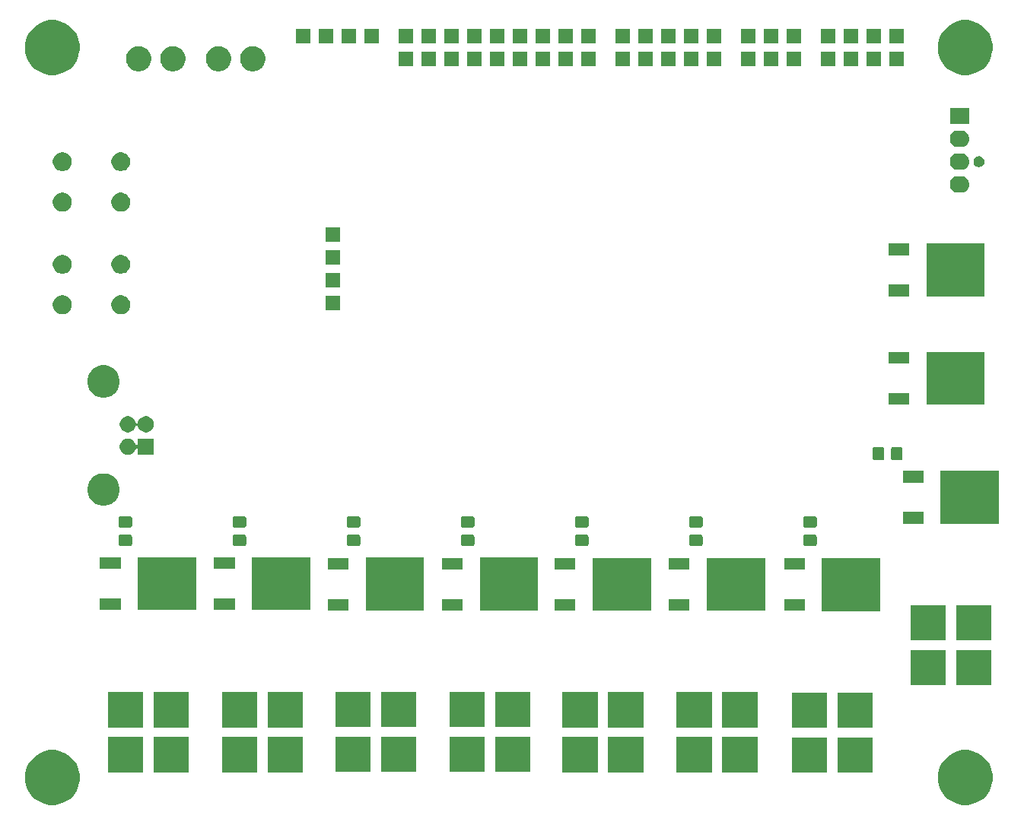
<source format=gbr>
G04 #@! TF.GenerationSoftware,KiCad,Pcbnew,5.0.2-bee76a0~70~ubuntu18.04.1*
G04 #@! TF.CreationDate,2020-07-22T00:10:31+02:00*
G04 #@! TF.ProjectId,E32CB_R2,45333243-425f-4523-922e-6b696361645f,rev?*
G04 #@! TF.SameCoordinates,Original*
G04 #@! TF.FileFunction,Soldermask,Top*
G04 #@! TF.FilePolarity,Negative*
%FSLAX46Y46*%
G04 Gerber Fmt 4.6, Leading zero omitted, Abs format (unit mm)*
G04 Created by KiCad (PCBNEW 5.0.2-bee76a0~70~ubuntu18.04.1) date St 22. července 2020, 00:10:31 CEST*
%MOMM*%
%LPD*%
G01*
G04 APERTURE LIST*
%ADD10C,0.100000*%
G04 APERTURE END LIST*
D10*
G36*
X204089941Y-129146248D02*
X204089943Y-129146249D01*
X204089944Y-129146249D01*
X204645190Y-129376239D01*
X204645191Y-129376240D01*
X205144902Y-129710136D01*
X205569864Y-130135098D01*
X205569866Y-130135101D01*
X205903761Y-130634810D01*
X206133751Y-131190056D01*
X206133752Y-131190059D01*
X206251000Y-131779501D01*
X206251000Y-132380497D01*
X206133751Y-132969944D01*
X205903761Y-133525190D01*
X205903760Y-133525191D01*
X205569864Y-134024902D01*
X205144902Y-134449864D01*
X205144899Y-134449866D01*
X204645190Y-134783761D01*
X204089944Y-135013751D01*
X204089943Y-135013751D01*
X204089941Y-135013752D01*
X203500499Y-135131000D01*
X202899501Y-135131000D01*
X202310059Y-135013752D01*
X202310057Y-135013751D01*
X202310056Y-135013751D01*
X201754810Y-134783761D01*
X201255101Y-134449866D01*
X201255098Y-134449864D01*
X200830136Y-134024902D01*
X200496240Y-133525191D01*
X200496239Y-133525190D01*
X200266249Y-132969944D01*
X200149000Y-132380497D01*
X200149000Y-131779501D01*
X200266248Y-131190059D01*
X200266249Y-131190056D01*
X200496239Y-130634810D01*
X200830134Y-130135101D01*
X200830136Y-130135098D01*
X201255098Y-129710136D01*
X201754809Y-129376240D01*
X201754810Y-129376239D01*
X202310056Y-129146249D01*
X202310057Y-129146249D01*
X202310059Y-129146248D01*
X202899501Y-129029000D01*
X203500499Y-129029000D01*
X204089941Y-129146248D01*
X204089941Y-129146248D01*
G37*
G36*
X102489941Y-129146248D02*
X102489943Y-129146249D01*
X102489944Y-129146249D01*
X103045190Y-129376239D01*
X103045191Y-129376240D01*
X103544902Y-129710136D01*
X103969864Y-130135098D01*
X103969866Y-130135101D01*
X104303761Y-130634810D01*
X104533751Y-131190056D01*
X104533752Y-131190059D01*
X104651000Y-131779501D01*
X104651000Y-132380497D01*
X104533751Y-132969944D01*
X104303761Y-133525190D01*
X104303760Y-133525191D01*
X103969864Y-134024902D01*
X103544902Y-134449864D01*
X103544899Y-134449866D01*
X103045190Y-134783761D01*
X102489944Y-135013751D01*
X102489943Y-135013751D01*
X102489941Y-135013752D01*
X101900499Y-135131000D01*
X101299501Y-135131000D01*
X100710059Y-135013752D01*
X100710057Y-135013751D01*
X100710056Y-135013751D01*
X100154810Y-134783761D01*
X99655101Y-134449866D01*
X99655098Y-134449864D01*
X99230136Y-134024902D01*
X98896240Y-133525191D01*
X98896239Y-133525190D01*
X98666249Y-132969944D01*
X98549000Y-132380497D01*
X98549000Y-131779501D01*
X98666248Y-131190059D01*
X98666249Y-131190056D01*
X98896239Y-130634810D01*
X99230134Y-130135101D01*
X99230136Y-130135098D01*
X99655098Y-129710136D01*
X100154809Y-129376240D01*
X100154810Y-129376239D01*
X100710056Y-129146249D01*
X100710057Y-129146249D01*
X100710059Y-129146248D01*
X101299501Y-129029000D01*
X101900499Y-129029000D01*
X102489941Y-129146248D01*
X102489941Y-129146248D01*
G37*
G36*
X192897012Y-131516028D02*
X188985012Y-131516028D01*
X188985012Y-127604028D01*
X192897012Y-127604028D01*
X192897012Y-131516028D01*
X192897012Y-131516028D01*
G37*
G36*
X187817012Y-131516028D02*
X183905012Y-131516028D01*
X183905012Y-127604028D01*
X187817012Y-127604028D01*
X187817012Y-131516028D01*
X187817012Y-131516028D01*
G37*
G36*
X174992052Y-131500337D02*
X171080052Y-131500337D01*
X171080052Y-127588337D01*
X174992052Y-127588337D01*
X174992052Y-131500337D01*
X174992052Y-131500337D01*
G37*
G36*
X167372052Y-131500337D02*
X163460052Y-131500337D01*
X163460052Y-127588337D01*
X167372052Y-127588337D01*
X167372052Y-131500337D01*
X167372052Y-131500337D01*
G37*
G36*
X180072052Y-131500337D02*
X176160052Y-131500337D01*
X176160052Y-127588337D01*
X180072052Y-127588337D01*
X180072052Y-131500337D01*
X180072052Y-131500337D01*
G37*
G36*
X162292052Y-131500337D02*
X158380052Y-131500337D01*
X158380052Y-127588337D01*
X162292052Y-127588337D01*
X162292052Y-131500337D01*
X162292052Y-131500337D01*
G37*
G36*
X129464000Y-131496000D02*
X125552000Y-131496000D01*
X125552000Y-127584000D01*
X129464000Y-127584000D01*
X129464000Y-131496000D01*
X129464000Y-131496000D01*
G37*
G36*
X124384000Y-131496000D02*
X120472000Y-131496000D01*
X120472000Y-127584000D01*
X124384000Y-127584000D01*
X124384000Y-131496000D01*
X124384000Y-131496000D01*
G37*
G36*
X116764000Y-131496000D02*
X112852000Y-131496000D01*
X112852000Y-127584000D01*
X116764000Y-127584000D01*
X116764000Y-131496000D01*
X116764000Y-131496000D01*
G37*
G36*
X111684000Y-131496000D02*
X107772000Y-131496000D01*
X107772000Y-127584000D01*
X111684000Y-127584000D01*
X111684000Y-131496000D01*
X111684000Y-131496000D01*
G37*
G36*
X149749253Y-131483625D02*
X145837253Y-131483625D01*
X145837253Y-127571625D01*
X149749253Y-127571625D01*
X149749253Y-131483625D01*
X149749253Y-131483625D01*
G37*
G36*
X154829253Y-131483625D02*
X150917253Y-131483625D01*
X150917253Y-127571625D01*
X154829253Y-127571625D01*
X154829253Y-131483625D01*
X154829253Y-131483625D01*
G37*
G36*
X137049253Y-131483625D02*
X133137253Y-131483625D01*
X133137253Y-127571625D01*
X137049253Y-127571625D01*
X137049253Y-131483625D01*
X137049253Y-131483625D01*
G37*
G36*
X142129253Y-131483625D02*
X138217253Y-131483625D01*
X138217253Y-127571625D01*
X142129253Y-127571625D01*
X142129253Y-131483625D01*
X142129253Y-131483625D01*
G37*
G36*
X192897012Y-126516028D02*
X188985012Y-126516028D01*
X188985012Y-122604028D01*
X192897012Y-122604028D01*
X192897012Y-126516028D01*
X192897012Y-126516028D01*
G37*
G36*
X187817012Y-126516028D02*
X183905012Y-126516028D01*
X183905012Y-122604028D01*
X187817012Y-122604028D01*
X187817012Y-126516028D01*
X187817012Y-126516028D01*
G37*
G36*
X162292052Y-126500337D02*
X158380052Y-126500337D01*
X158380052Y-122588337D01*
X162292052Y-122588337D01*
X162292052Y-126500337D01*
X162292052Y-126500337D01*
G37*
G36*
X167372052Y-126500337D02*
X163460052Y-126500337D01*
X163460052Y-122588337D01*
X167372052Y-122588337D01*
X167372052Y-126500337D01*
X167372052Y-126500337D01*
G37*
G36*
X174992052Y-126500337D02*
X171080052Y-126500337D01*
X171080052Y-122588337D01*
X174992052Y-122588337D01*
X174992052Y-126500337D01*
X174992052Y-126500337D01*
G37*
G36*
X180072052Y-126500337D02*
X176160052Y-126500337D01*
X176160052Y-122588337D01*
X180072052Y-122588337D01*
X180072052Y-126500337D01*
X180072052Y-126500337D01*
G37*
G36*
X116764000Y-126496000D02*
X112852000Y-126496000D01*
X112852000Y-122584000D01*
X116764000Y-122584000D01*
X116764000Y-126496000D01*
X116764000Y-126496000D01*
G37*
G36*
X111684000Y-126496000D02*
X107772000Y-126496000D01*
X107772000Y-122584000D01*
X111684000Y-122584000D01*
X111684000Y-126496000D01*
X111684000Y-126496000D01*
G37*
G36*
X124384000Y-126496000D02*
X120472000Y-126496000D01*
X120472000Y-122584000D01*
X124384000Y-122584000D01*
X124384000Y-126496000D01*
X124384000Y-126496000D01*
G37*
G36*
X129464000Y-126496000D02*
X125552000Y-126496000D01*
X125552000Y-122584000D01*
X129464000Y-122584000D01*
X129464000Y-126496000D01*
X129464000Y-126496000D01*
G37*
G36*
X154829253Y-126483625D02*
X150917253Y-126483625D01*
X150917253Y-122571625D01*
X154829253Y-122571625D01*
X154829253Y-126483625D01*
X154829253Y-126483625D01*
G37*
G36*
X149749253Y-126483625D02*
X145837253Y-126483625D01*
X145837253Y-122571625D01*
X149749253Y-122571625D01*
X149749253Y-126483625D01*
X149749253Y-126483625D01*
G37*
G36*
X142129253Y-126483625D02*
X138217253Y-126483625D01*
X138217253Y-122571625D01*
X142129253Y-122571625D01*
X142129253Y-126483625D01*
X142129253Y-126483625D01*
G37*
G36*
X137049253Y-126483625D02*
X133137253Y-126483625D01*
X133137253Y-122571625D01*
X137049253Y-122571625D01*
X137049253Y-126483625D01*
X137049253Y-126483625D01*
G37*
G36*
X201025012Y-121800528D02*
X197113012Y-121800528D01*
X197113012Y-117888528D01*
X201025012Y-117888528D01*
X201025012Y-121800528D01*
X201025012Y-121800528D01*
G37*
G36*
X206105012Y-121800528D02*
X202193012Y-121800528D01*
X202193012Y-117888528D01*
X206105012Y-117888528D01*
X206105012Y-121800528D01*
X206105012Y-121800528D01*
G37*
G36*
X201025012Y-116800528D02*
X197113012Y-116800528D01*
X197113012Y-112888528D01*
X201025012Y-112888528D01*
X201025012Y-116800528D01*
X201025012Y-116800528D01*
G37*
G36*
X206105012Y-116800528D02*
X202193012Y-116800528D01*
X202193012Y-112888528D01*
X206105012Y-112888528D01*
X206105012Y-116800528D01*
X206105012Y-116800528D01*
G37*
G36*
X193752012Y-113541028D02*
X187250012Y-113541028D01*
X187250012Y-107639028D01*
X193752012Y-107639028D01*
X193752012Y-113541028D01*
X193752012Y-113541028D01*
G37*
G36*
X168227052Y-113525337D02*
X161725052Y-113525337D01*
X161725052Y-107623337D01*
X168227052Y-107623337D01*
X168227052Y-113525337D01*
X168227052Y-113525337D01*
G37*
G36*
X180927052Y-113525337D02*
X174425052Y-113525337D01*
X174425052Y-107623337D01*
X180927052Y-107623337D01*
X180927052Y-113525337D01*
X180927052Y-113525337D01*
G37*
G36*
X185352012Y-113521028D02*
X183050012Y-113521028D01*
X183050012Y-112219028D01*
X185352012Y-112219028D01*
X185352012Y-113521028D01*
X185352012Y-113521028D01*
G37*
G36*
X142984253Y-113508625D02*
X136482253Y-113508625D01*
X136482253Y-107606625D01*
X142984253Y-107606625D01*
X142984253Y-113508625D01*
X142984253Y-113508625D01*
G37*
G36*
X155684253Y-113508625D02*
X149182253Y-113508625D01*
X149182253Y-107606625D01*
X155684253Y-107606625D01*
X155684253Y-113508625D01*
X155684253Y-113508625D01*
G37*
G36*
X172527052Y-113505337D02*
X170225052Y-113505337D01*
X170225052Y-112203337D01*
X172527052Y-112203337D01*
X172527052Y-113505337D01*
X172527052Y-113505337D01*
G37*
G36*
X159827052Y-113505337D02*
X157525052Y-113505337D01*
X157525052Y-112203337D01*
X159827052Y-112203337D01*
X159827052Y-113505337D01*
X159827052Y-113505337D01*
G37*
G36*
X147284253Y-113488625D02*
X144982253Y-113488625D01*
X144982253Y-112186625D01*
X147284253Y-112186625D01*
X147284253Y-113488625D01*
X147284253Y-113488625D01*
G37*
G36*
X134584253Y-113488625D02*
X132282253Y-113488625D01*
X132282253Y-112186625D01*
X134584253Y-112186625D01*
X134584253Y-113488625D01*
X134584253Y-113488625D01*
G37*
G36*
X117619000Y-113441000D02*
X111117000Y-113441000D01*
X111117000Y-107539000D01*
X117619000Y-107539000D01*
X117619000Y-113441000D01*
X117619000Y-113441000D01*
G37*
G36*
X130319000Y-113441000D02*
X123817000Y-113441000D01*
X123817000Y-107539000D01*
X130319000Y-107539000D01*
X130319000Y-113441000D01*
X130319000Y-113441000D01*
G37*
G36*
X121919000Y-113421000D02*
X119617000Y-113421000D01*
X119617000Y-112119000D01*
X121919000Y-112119000D01*
X121919000Y-113421000D01*
X121919000Y-113421000D01*
G37*
G36*
X109219000Y-113421000D02*
X106917000Y-113421000D01*
X106917000Y-112119000D01*
X109219000Y-112119000D01*
X109219000Y-113421000D01*
X109219000Y-113421000D01*
G37*
G36*
X185352012Y-108961028D02*
X183050012Y-108961028D01*
X183050012Y-107659028D01*
X185352012Y-107659028D01*
X185352012Y-108961028D01*
X185352012Y-108961028D01*
G37*
G36*
X172527052Y-108945337D02*
X170225052Y-108945337D01*
X170225052Y-107643337D01*
X172527052Y-107643337D01*
X172527052Y-108945337D01*
X172527052Y-108945337D01*
G37*
G36*
X159827052Y-108945337D02*
X157525052Y-108945337D01*
X157525052Y-107643337D01*
X159827052Y-107643337D01*
X159827052Y-108945337D01*
X159827052Y-108945337D01*
G37*
G36*
X147284253Y-108928625D02*
X144982253Y-108928625D01*
X144982253Y-107626625D01*
X147284253Y-107626625D01*
X147284253Y-108928625D01*
X147284253Y-108928625D01*
G37*
G36*
X134584253Y-108928625D02*
X132282253Y-108928625D01*
X132282253Y-107626625D01*
X134584253Y-107626625D01*
X134584253Y-108928625D01*
X134584253Y-108928625D01*
G37*
G36*
X109219000Y-108861000D02*
X106917000Y-108861000D01*
X106917000Y-107559000D01*
X109219000Y-107559000D01*
X109219000Y-108861000D01*
X109219000Y-108861000D01*
G37*
G36*
X121919000Y-108861000D02*
X119617000Y-108861000D01*
X119617000Y-107559000D01*
X121919000Y-107559000D01*
X121919000Y-108861000D01*
X121919000Y-108861000D01*
G37*
G36*
X186516677Y-105051465D02*
X186554364Y-105062898D01*
X186589103Y-105081466D01*
X186619548Y-105106452D01*
X186644534Y-105136897D01*
X186663102Y-105171636D01*
X186674535Y-105209323D01*
X186679000Y-105254661D01*
X186679000Y-106091339D01*
X186674535Y-106136677D01*
X186663102Y-106174364D01*
X186644534Y-106209103D01*
X186619548Y-106239548D01*
X186589103Y-106264534D01*
X186554364Y-106283102D01*
X186516677Y-106294535D01*
X186471339Y-106299000D01*
X185384661Y-106299000D01*
X185339323Y-106294535D01*
X185301636Y-106283102D01*
X185266897Y-106264534D01*
X185236452Y-106239548D01*
X185211466Y-106209103D01*
X185192898Y-106174364D01*
X185181465Y-106136677D01*
X185177000Y-106091339D01*
X185177000Y-105254661D01*
X185181465Y-105209323D01*
X185192898Y-105171636D01*
X185211466Y-105136897D01*
X185236452Y-105106452D01*
X185266897Y-105081466D01*
X185301636Y-105062898D01*
X185339323Y-105051465D01*
X185384661Y-105047000D01*
X186471339Y-105047000D01*
X186516677Y-105051465D01*
X186516677Y-105051465D01*
G37*
G36*
X173816677Y-105051465D02*
X173854364Y-105062898D01*
X173889103Y-105081466D01*
X173919548Y-105106452D01*
X173944534Y-105136897D01*
X173963102Y-105171636D01*
X173974535Y-105209323D01*
X173979000Y-105254661D01*
X173979000Y-106091339D01*
X173974535Y-106136677D01*
X173963102Y-106174364D01*
X173944534Y-106209103D01*
X173919548Y-106239548D01*
X173889103Y-106264534D01*
X173854364Y-106283102D01*
X173816677Y-106294535D01*
X173771339Y-106299000D01*
X172684661Y-106299000D01*
X172639323Y-106294535D01*
X172601636Y-106283102D01*
X172566897Y-106264534D01*
X172536452Y-106239548D01*
X172511466Y-106209103D01*
X172492898Y-106174364D01*
X172481465Y-106136677D01*
X172477000Y-106091339D01*
X172477000Y-105254661D01*
X172481465Y-105209323D01*
X172492898Y-105171636D01*
X172511466Y-105136897D01*
X172536452Y-105106452D01*
X172566897Y-105081466D01*
X172601636Y-105062898D01*
X172639323Y-105051465D01*
X172684661Y-105047000D01*
X173771339Y-105047000D01*
X173816677Y-105051465D01*
X173816677Y-105051465D01*
G37*
G36*
X161116677Y-105051465D02*
X161154364Y-105062898D01*
X161189103Y-105081466D01*
X161219548Y-105106452D01*
X161244534Y-105136897D01*
X161263102Y-105171636D01*
X161274535Y-105209323D01*
X161279000Y-105254661D01*
X161279000Y-106091339D01*
X161274535Y-106136677D01*
X161263102Y-106174364D01*
X161244534Y-106209103D01*
X161219548Y-106239548D01*
X161189103Y-106264534D01*
X161154364Y-106283102D01*
X161116677Y-106294535D01*
X161071339Y-106299000D01*
X159984661Y-106299000D01*
X159939323Y-106294535D01*
X159901636Y-106283102D01*
X159866897Y-106264534D01*
X159836452Y-106239548D01*
X159811466Y-106209103D01*
X159792898Y-106174364D01*
X159781465Y-106136677D01*
X159777000Y-106091339D01*
X159777000Y-105254661D01*
X159781465Y-105209323D01*
X159792898Y-105171636D01*
X159811466Y-105136897D01*
X159836452Y-105106452D01*
X159866897Y-105081466D01*
X159901636Y-105062898D01*
X159939323Y-105051465D01*
X159984661Y-105047000D01*
X161071339Y-105047000D01*
X161116677Y-105051465D01*
X161116677Y-105051465D01*
G37*
G36*
X148416677Y-105051465D02*
X148454364Y-105062898D01*
X148489103Y-105081466D01*
X148519548Y-105106452D01*
X148544534Y-105136897D01*
X148563102Y-105171636D01*
X148574535Y-105209323D01*
X148579000Y-105254661D01*
X148579000Y-106091339D01*
X148574535Y-106136677D01*
X148563102Y-106174364D01*
X148544534Y-106209103D01*
X148519548Y-106239548D01*
X148489103Y-106264534D01*
X148454364Y-106283102D01*
X148416677Y-106294535D01*
X148371339Y-106299000D01*
X147284661Y-106299000D01*
X147239323Y-106294535D01*
X147201636Y-106283102D01*
X147166897Y-106264534D01*
X147136452Y-106239548D01*
X147111466Y-106209103D01*
X147092898Y-106174364D01*
X147081465Y-106136677D01*
X147077000Y-106091339D01*
X147077000Y-105254661D01*
X147081465Y-105209323D01*
X147092898Y-105171636D01*
X147111466Y-105136897D01*
X147136452Y-105106452D01*
X147166897Y-105081466D01*
X147201636Y-105062898D01*
X147239323Y-105051465D01*
X147284661Y-105047000D01*
X148371339Y-105047000D01*
X148416677Y-105051465D01*
X148416677Y-105051465D01*
G37*
G36*
X135716677Y-105051465D02*
X135754364Y-105062898D01*
X135789103Y-105081466D01*
X135819548Y-105106452D01*
X135844534Y-105136897D01*
X135863102Y-105171636D01*
X135874535Y-105209323D01*
X135879000Y-105254661D01*
X135879000Y-106091339D01*
X135874535Y-106136677D01*
X135863102Y-106174364D01*
X135844534Y-106209103D01*
X135819548Y-106239548D01*
X135789103Y-106264534D01*
X135754364Y-106283102D01*
X135716677Y-106294535D01*
X135671339Y-106299000D01*
X134584661Y-106299000D01*
X134539323Y-106294535D01*
X134501636Y-106283102D01*
X134466897Y-106264534D01*
X134436452Y-106239548D01*
X134411466Y-106209103D01*
X134392898Y-106174364D01*
X134381465Y-106136677D01*
X134377000Y-106091339D01*
X134377000Y-105254661D01*
X134381465Y-105209323D01*
X134392898Y-105171636D01*
X134411466Y-105136897D01*
X134436452Y-105106452D01*
X134466897Y-105081466D01*
X134501636Y-105062898D01*
X134539323Y-105051465D01*
X134584661Y-105047000D01*
X135671339Y-105047000D01*
X135716677Y-105051465D01*
X135716677Y-105051465D01*
G37*
G36*
X123016677Y-105051465D02*
X123054364Y-105062898D01*
X123089103Y-105081466D01*
X123119548Y-105106452D01*
X123144534Y-105136897D01*
X123163102Y-105171636D01*
X123174535Y-105209323D01*
X123179000Y-105254661D01*
X123179000Y-106091339D01*
X123174535Y-106136677D01*
X123163102Y-106174364D01*
X123144534Y-106209103D01*
X123119548Y-106239548D01*
X123089103Y-106264534D01*
X123054364Y-106283102D01*
X123016677Y-106294535D01*
X122971339Y-106299000D01*
X121884661Y-106299000D01*
X121839323Y-106294535D01*
X121801636Y-106283102D01*
X121766897Y-106264534D01*
X121736452Y-106239548D01*
X121711466Y-106209103D01*
X121692898Y-106174364D01*
X121681465Y-106136677D01*
X121677000Y-106091339D01*
X121677000Y-105254661D01*
X121681465Y-105209323D01*
X121692898Y-105171636D01*
X121711466Y-105136897D01*
X121736452Y-105106452D01*
X121766897Y-105081466D01*
X121801636Y-105062898D01*
X121839323Y-105051465D01*
X121884661Y-105047000D01*
X122971339Y-105047000D01*
X123016677Y-105051465D01*
X123016677Y-105051465D01*
G37*
G36*
X110316677Y-105051465D02*
X110354364Y-105062898D01*
X110389103Y-105081466D01*
X110419548Y-105106452D01*
X110444534Y-105136897D01*
X110463102Y-105171636D01*
X110474535Y-105209323D01*
X110479000Y-105254661D01*
X110479000Y-106091339D01*
X110474535Y-106136677D01*
X110463102Y-106174364D01*
X110444534Y-106209103D01*
X110419548Y-106239548D01*
X110389103Y-106264534D01*
X110354364Y-106283102D01*
X110316677Y-106294535D01*
X110271339Y-106299000D01*
X109184661Y-106299000D01*
X109139323Y-106294535D01*
X109101636Y-106283102D01*
X109066897Y-106264534D01*
X109036452Y-106239548D01*
X109011466Y-106209103D01*
X108992898Y-106174364D01*
X108981465Y-106136677D01*
X108977000Y-106091339D01*
X108977000Y-105254661D01*
X108981465Y-105209323D01*
X108992898Y-105171636D01*
X109011466Y-105136897D01*
X109036452Y-105106452D01*
X109066897Y-105081466D01*
X109101636Y-105062898D01*
X109139323Y-105051465D01*
X109184661Y-105047000D01*
X110271339Y-105047000D01*
X110316677Y-105051465D01*
X110316677Y-105051465D01*
G37*
G36*
X135716677Y-103001465D02*
X135754364Y-103012898D01*
X135789103Y-103031466D01*
X135819548Y-103056452D01*
X135844534Y-103086897D01*
X135863102Y-103121636D01*
X135874535Y-103159323D01*
X135879000Y-103204661D01*
X135879000Y-104041339D01*
X135874535Y-104086677D01*
X135863102Y-104124364D01*
X135844534Y-104159103D01*
X135819548Y-104189548D01*
X135789103Y-104214534D01*
X135754364Y-104233102D01*
X135716677Y-104244535D01*
X135671339Y-104249000D01*
X134584661Y-104249000D01*
X134539323Y-104244535D01*
X134501636Y-104233102D01*
X134466897Y-104214534D01*
X134436452Y-104189548D01*
X134411466Y-104159103D01*
X134392898Y-104124364D01*
X134381465Y-104086677D01*
X134377000Y-104041339D01*
X134377000Y-103204661D01*
X134381465Y-103159323D01*
X134392898Y-103121636D01*
X134411466Y-103086897D01*
X134436452Y-103056452D01*
X134466897Y-103031466D01*
X134501636Y-103012898D01*
X134539323Y-103001465D01*
X134584661Y-102997000D01*
X135671339Y-102997000D01*
X135716677Y-103001465D01*
X135716677Y-103001465D01*
G37*
G36*
X186516677Y-103001465D02*
X186554364Y-103012898D01*
X186589103Y-103031466D01*
X186619548Y-103056452D01*
X186644534Y-103086897D01*
X186663102Y-103121636D01*
X186674535Y-103159323D01*
X186679000Y-103204661D01*
X186679000Y-104041339D01*
X186674535Y-104086677D01*
X186663102Y-104124364D01*
X186644534Y-104159103D01*
X186619548Y-104189548D01*
X186589103Y-104214534D01*
X186554364Y-104233102D01*
X186516677Y-104244535D01*
X186471339Y-104249000D01*
X185384661Y-104249000D01*
X185339323Y-104244535D01*
X185301636Y-104233102D01*
X185266897Y-104214534D01*
X185236452Y-104189548D01*
X185211466Y-104159103D01*
X185192898Y-104124364D01*
X185181465Y-104086677D01*
X185177000Y-104041339D01*
X185177000Y-103204661D01*
X185181465Y-103159323D01*
X185192898Y-103121636D01*
X185211466Y-103086897D01*
X185236452Y-103056452D01*
X185266897Y-103031466D01*
X185301636Y-103012898D01*
X185339323Y-103001465D01*
X185384661Y-102997000D01*
X186471339Y-102997000D01*
X186516677Y-103001465D01*
X186516677Y-103001465D01*
G37*
G36*
X161116677Y-103001465D02*
X161154364Y-103012898D01*
X161189103Y-103031466D01*
X161219548Y-103056452D01*
X161244534Y-103086897D01*
X161263102Y-103121636D01*
X161274535Y-103159323D01*
X161279000Y-103204661D01*
X161279000Y-104041339D01*
X161274535Y-104086677D01*
X161263102Y-104124364D01*
X161244534Y-104159103D01*
X161219548Y-104189548D01*
X161189103Y-104214534D01*
X161154364Y-104233102D01*
X161116677Y-104244535D01*
X161071339Y-104249000D01*
X159984661Y-104249000D01*
X159939323Y-104244535D01*
X159901636Y-104233102D01*
X159866897Y-104214534D01*
X159836452Y-104189548D01*
X159811466Y-104159103D01*
X159792898Y-104124364D01*
X159781465Y-104086677D01*
X159777000Y-104041339D01*
X159777000Y-103204661D01*
X159781465Y-103159323D01*
X159792898Y-103121636D01*
X159811466Y-103086897D01*
X159836452Y-103056452D01*
X159866897Y-103031466D01*
X159901636Y-103012898D01*
X159939323Y-103001465D01*
X159984661Y-102997000D01*
X161071339Y-102997000D01*
X161116677Y-103001465D01*
X161116677Y-103001465D01*
G37*
G36*
X148416677Y-103001465D02*
X148454364Y-103012898D01*
X148489103Y-103031466D01*
X148519548Y-103056452D01*
X148544534Y-103086897D01*
X148563102Y-103121636D01*
X148574535Y-103159323D01*
X148579000Y-103204661D01*
X148579000Y-104041339D01*
X148574535Y-104086677D01*
X148563102Y-104124364D01*
X148544534Y-104159103D01*
X148519548Y-104189548D01*
X148489103Y-104214534D01*
X148454364Y-104233102D01*
X148416677Y-104244535D01*
X148371339Y-104249000D01*
X147284661Y-104249000D01*
X147239323Y-104244535D01*
X147201636Y-104233102D01*
X147166897Y-104214534D01*
X147136452Y-104189548D01*
X147111466Y-104159103D01*
X147092898Y-104124364D01*
X147081465Y-104086677D01*
X147077000Y-104041339D01*
X147077000Y-103204661D01*
X147081465Y-103159323D01*
X147092898Y-103121636D01*
X147111466Y-103086897D01*
X147136452Y-103056452D01*
X147166897Y-103031466D01*
X147201636Y-103012898D01*
X147239323Y-103001465D01*
X147284661Y-102997000D01*
X148371339Y-102997000D01*
X148416677Y-103001465D01*
X148416677Y-103001465D01*
G37*
G36*
X110316677Y-103001465D02*
X110354364Y-103012898D01*
X110389103Y-103031466D01*
X110419548Y-103056452D01*
X110444534Y-103086897D01*
X110463102Y-103121636D01*
X110474535Y-103159323D01*
X110479000Y-103204661D01*
X110479000Y-104041339D01*
X110474535Y-104086677D01*
X110463102Y-104124364D01*
X110444534Y-104159103D01*
X110419548Y-104189548D01*
X110389103Y-104214534D01*
X110354364Y-104233102D01*
X110316677Y-104244535D01*
X110271339Y-104249000D01*
X109184661Y-104249000D01*
X109139323Y-104244535D01*
X109101636Y-104233102D01*
X109066897Y-104214534D01*
X109036452Y-104189548D01*
X109011466Y-104159103D01*
X108992898Y-104124364D01*
X108981465Y-104086677D01*
X108977000Y-104041339D01*
X108977000Y-103204661D01*
X108981465Y-103159323D01*
X108992898Y-103121636D01*
X109011466Y-103086897D01*
X109036452Y-103056452D01*
X109066897Y-103031466D01*
X109101636Y-103012898D01*
X109139323Y-103001465D01*
X109184661Y-102997000D01*
X110271339Y-102997000D01*
X110316677Y-103001465D01*
X110316677Y-103001465D01*
G37*
G36*
X123016677Y-103001465D02*
X123054364Y-103012898D01*
X123089103Y-103031466D01*
X123119548Y-103056452D01*
X123144534Y-103086897D01*
X123163102Y-103121636D01*
X123174535Y-103159323D01*
X123179000Y-103204661D01*
X123179000Y-104041339D01*
X123174535Y-104086677D01*
X123163102Y-104124364D01*
X123144534Y-104159103D01*
X123119548Y-104189548D01*
X123089103Y-104214534D01*
X123054364Y-104233102D01*
X123016677Y-104244535D01*
X122971339Y-104249000D01*
X121884661Y-104249000D01*
X121839323Y-104244535D01*
X121801636Y-104233102D01*
X121766897Y-104214534D01*
X121736452Y-104189548D01*
X121711466Y-104159103D01*
X121692898Y-104124364D01*
X121681465Y-104086677D01*
X121677000Y-104041339D01*
X121677000Y-103204661D01*
X121681465Y-103159323D01*
X121692898Y-103121636D01*
X121711466Y-103086897D01*
X121736452Y-103056452D01*
X121766897Y-103031466D01*
X121801636Y-103012898D01*
X121839323Y-103001465D01*
X121884661Y-102997000D01*
X122971339Y-102997000D01*
X123016677Y-103001465D01*
X123016677Y-103001465D01*
G37*
G36*
X173816677Y-103001465D02*
X173854364Y-103012898D01*
X173889103Y-103031466D01*
X173919548Y-103056452D01*
X173944534Y-103086897D01*
X173963102Y-103121636D01*
X173974535Y-103159323D01*
X173979000Y-103204661D01*
X173979000Y-104041339D01*
X173974535Y-104086677D01*
X173963102Y-104124364D01*
X173944534Y-104159103D01*
X173919548Y-104189548D01*
X173889103Y-104214534D01*
X173854364Y-104233102D01*
X173816677Y-104244535D01*
X173771339Y-104249000D01*
X172684661Y-104249000D01*
X172639323Y-104244535D01*
X172601636Y-104233102D01*
X172566897Y-104214534D01*
X172536452Y-104189548D01*
X172511466Y-104159103D01*
X172492898Y-104124364D01*
X172481465Y-104086677D01*
X172477000Y-104041339D01*
X172477000Y-103204661D01*
X172481465Y-103159323D01*
X172492898Y-103121636D01*
X172511466Y-103086897D01*
X172536452Y-103056452D01*
X172566897Y-103031466D01*
X172601636Y-103012898D01*
X172639323Y-103001465D01*
X172684661Y-102997000D01*
X173771339Y-102997000D01*
X173816677Y-103001465D01*
X173816677Y-103001465D01*
G37*
G36*
X206960012Y-103825528D02*
X200458012Y-103825528D01*
X200458012Y-97923528D01*
X206960012Y-97923528D01*
X206960012Y-103825528D01*
X206960012Y-103825528D01*
G37*
G36*
X198560012Y-103805528D02*
X196258012Y-103805528D01*
X196258012Y-102503528D01*
X198560012Y-102503528D01*
X198560012Y-103805528D01*
X198560012Y-103805528D01*
G37*
G36*
X107829331Y-98288211D02*
X108157092Y-98423974D01*
X108452073Y-98621074D01*
X108702926Y-98871927D01*
X108900026Y-99166908D01*
X109035789Y-99494669D01*
X109105000Y-99842616D01*
X109105000Y-100197384D01*
X109035789Y-100545331D01*
X108900026Y-100873092D01*
X108702926Y-101168073D01*
X108452073Y-101418926D01*
X108157092Y-101616026D01*
X107829331Y-101751789D01*
X107481384Y-101821000D01*
X107126616Y-101821000D01*
X106778669Y-101751789D01*
X106450908Y-101616026D01*
X106155927Y-101418926D01*
X105905074Y-101168073D01*
X105707974Y-100873092D01*
X105572211Y-100545331D01*
X105503000Y-100197384D01*
X105503000Y-99842616D01*
X105572211Y-99494669D01*
X105707974Y-99166908D01*
X105905074Y-98871927D01*
X106155927Y-98621074D01*
X106450908Y-98423974D01*
X106778669Y-98288211D01*
X107126616Y-98219000D01*
X107481384Y-98219000D01*
X107829331Y-98288211D01*
X107829331Y-98288211D01*
G37*
G36*
X198560012Y-99245528D02*
X196258012Y-99245528D01*
X196258012Y-97943528D01*
X198560012Y-97943528D01*
X198560012Y-99245528D01*
X198560012Y-99245528D01*
G37*
G36*
X196052677Y-95265465D02*
X196090364Y-95276898D01*
X196125103Y-95295466D01*
X196155548Y-95320452D01*
X196180534Y-95350897D01*
X196199102Y-95385636D01*
X196210535Y-95423323D01*
X196215000Y-95468661D01*
X196215000Y-96555339D01*
X196210535Y-96600677D01*
X196199102Y-96638364D01*
X196180534Y-96673103D01*
X196155548Y-96703548D01*
X196125103Y-96728534D01*
X196090364Y-96747102D01*
X196052677Y-96758535D01*
X196007339Y-96763000D01*
X195170661Y-96763000D01*
X195125323Y-96758535D01*
X195087636Y-96747102D01*
X195052897Y-96728534D01*
X195022452Y-96703548D01*
X194997466Y-96673103D01*
X194978898Y-96638364D01*
X194967465Y-96600677D01*
X194963000Y-96555339D01*
X194963000Y-95468661D01*
X194967465Y-95423323D01*
X194978898Y-95385636D01*
X194997466Y-95350897D01*
X195022452Y-95320452D01*
X195052897Y-95295466D01*
X195087636Y-95276898D01*
X195125323Y-95265465D01*
X195170661Y-95261000D01*
X196007339Y-95261000D01*
X196052677Y-95265465D01*
X196052677Y-95265465D01*
G37*
G36*
X194002677Y-95265465D02*
X194040364Y-95276898D01*
X194075103Y-95295466D01*
X194105548Y-95320452D01*
X194130534Y-95350897D01*
X194149102Y-95385636D01*
X194160535Y-95423323D01*
X194165000Y-95468661D01*
X194165000Y-96555339D01*
X194160535Y-96600677D01*
X194149102Y-96638364D01*
X194130534Y-96673103D01*
X194105548Y-96703548D01*
X194075103Y-96728534D01*
X194040364Y-96747102D01*
X194002677Y-96758535D01*
X193957339Y-96763000D01*
X193120661Y-96763000D01*
X193075323Y-96758535D01*
X193037636Y-96747102D01*
X193002897Y-96728534D01*
X192972452Y-96703548D01*
X192947466Y-96673103D01*
X192928898Y-96638364D01*
X192917465Y-96600677D01*
X192913000Y-96555339D01*
X192913000Y-95468661D01*
X192917465Y-95423323D01*
X192928898Y-95385636D01*
X192947466Y-95350897D01*
X192972452Y-95320452D01*
X193002897Y-95295466D01*
X193037636Y-95276898D01*
X193075323Y-95265465D01*
X193120661Y-95261000D01*
X193957339Y-95261000D01*
X194002677Y-95265465D01*
X194002677Y-95265465D01*
G37*
G36*
X110276812Y-94383624D02*
X110440784Y-94451544D01*
X110588354Y-94550147D01*
X110713853Y-94675646D01*
X110812456Y-94823216D01*
X110872520Y-94968223D01*
X110884066Y-94989824D01*
X110899612Y-95008766D01*
X110918554Y-95024312D01*
X110940165Y-95035863D01*
X110963614Y-95042976D01*
X110988000Y-95045378D01*
X111012386Y-95042976D01*
X111035835Y-95035863D01*
X111057446Y-95024312D01*
X111076388Y-95008766D01*
X111091934Y-94989824D01*
X111103485Y-94968213D01*
X111110598Y-94944764D01*
X111113000Y-94920378D01*
X111113000Y-94349000D01*
X112915000Y-94349000D01*
X112915000Y-96151000D01*
X111113000Y-96151000D01*
X111113000Y-95579622D01*
X111110598Y-95555236D01*
X111103485Y-95531787D01*
X111091934Y-95510176D01*
X111076388Y-95491234D01*
X111057446Y-95475688D01*
X111035835Y-95464137D01*
X111012386Y-95457024D01*
X110988000Y-95454622D01*
X110963614Y-95457024D01*
X110940165Y-95464137D01*
X110918554Y-95475688D01*
X110899612Y-95491234D01*
X110884066Y-95510176D01*
X110872520Y-95531777D01*
X110812456Y-95676784D01*
X110713853Y-95824354D01*
X110588354Y-95949853D01*
X110440784Y-96048456D01*
X110276812Y-96116376D01*
X110102741Y-96151000D01*
X109925259Y-96151000D01*
X109751188Y-96116376D01*
X109587216Y-96048456D01*
X109439646Y-95949853D01*
X109314147Y-95824354D01*
X109215544Y-95676784D01*
X109147624Y-95512812D01*
X109113000Y-95338741D01*
X109113000Y-95161259D01*
X109147624Y-94987188D01*
X109215544Y-94823216D01*
X109314147Y-94675646D01*
X109439646Y-94550147D01*
X109587216Y-94451544D01*
X109751188Y-94383624D01*
X109925259Y-94349000D01*
X110102741Y-94349000D01*
X110276812Y-94383624D01*
X110276812Y-94383624D01*
G37*
G36*
X110276812Y-91883624D02*
X110440784Y-91951544D01*
X110588354Y-92050147D01*
X110713853Y-92175646D01*
X110812456Y-92323216D01*
X110880376Y-92487188D01*
X110891404Y-92542633D01*
X110898515Y-92566074D01*
X110910067Y-92587685D01*
X110925612Y-92606627D01*
X110944554Y-92622172D01*
X110966165Y-92633723D01*
X110989614Y-92640836D01*
X111014000Y-92643238D01*
X111038387Y-92640836D01*
X111061836Y-92633723D01*
X111083447Y-92622171D01*
X111102389Y-92606626D01*
X111117934Y-92587684D01*
X111129485Y-92566073D01*
X111136596Y-92542633D01*
X111147624Y-92487188D01*
X111215544Y-92323216D01*
X111314147Y-92175646D01*
X111439646Y-92050147D01*
X111587216Y-91951544D01*
X111751188Y-91883624D01*
X111925259Y-91849000D01*
X112102741Y-91849000D01*
X112276812Y-91883624D01*
X112440784Y-91951544D01*
X112588354Y-92050147D01*
X112713853Y-92175646D01*
X112812456Y-92323216D01*
X112880376Y-92487188D01*
X112915000Y-92661259D01*
X112915000Y-92838741D01*
X112880376Y-93012812D01*
X112812456Y-93176784D01*
X112713853Y-93324354D01*
X112588354Y-93449853D01*
X112440784Y-93548456D01*
X112276812Y-93616376D01*
X112102741Y-93651000D01*
X111925259Y-93651000D01*
X111751188Y-93616376D01*
X111587216Y-93548456D01*
X111439646Y-93449853D01*
X111314147Y-93324354D01*
X111215544Y-93176784D01*
X111147624Y-93012812D01*
X111136596Y-92957367D01*
X111129485Y-92933926D01*
X111117933Y-92912315D01*
X111102388Y-92893373D01*
X111083446Y-92877828D01*
X111061835Y-92866277D01*
X111038386Y-92859164D01*
X111014000Y-92856762D01*
X110989613Y-92859164D01*
X110966164Y-92866277D01*
X110944553Y-92877829D01*
X110925611Y-92893374D01*
X110910066Y-92912316D01*
X110898515Y-92933927D01*
X110891404Y-92957367D01*
X110880376Y-93012812D01*
X110812456Y-93176784D01*
X110713853Y-93324354D01*
X110588354Y-93449853D01*
X110440784Y-93548456D01*
X110276812Y-93616376D01*
X110102741Y-93651000D01*
X109925259Y-93651000D01*
X109751188Y-93616376D01*
X109587216Y-93548456D01*
X109439646Y-93449853D01*
X109314147Y-93324354D01*
X109215544Y-93176784D01*
X109147624Y-93012812D01*
X109113000Y-92838741D01*
X109113000Y-92661259D01*
X109147624Y-92487188D01*
X109215544Y-92323216D01*
X109314147Y-92175646D01*
X109439646Y-92050147D01*
X109587216Y-91951544D01*
X109751188Y-91883624D01*
X109925259Y-91849000D01*
X110102741Y-91849000D01*
X110276812Y-91883624D01*
X110276812Y-91883624D01*
G37*
G36*
X205376000Y-90581000D02*
X198874000Y-90581000D01*
X198874000Y-84679000D01*
X205376000Y-84679000D01*
X205376000Y-90581000D01*
X205376000Y-90581000D01*
G37*
G36*
X196976000Y-90561000D02*
X194674000Y-90561000D01*
X194674000Y-89259000D01*
X196976000Y-89259000D01*
X196976000Y-90561000D01*
X196976000Y-90561000D01*
G37*
G36*
X107829331Y-86248211D02*
X108157092Y-86383974D01*
X108452073Y-86581074D01*
X108702926Y-86831927D01*
X108900026Y-87126908D01*
X109035789Y-87454669D01*
X109105000Y-87802616D01*
X109105000Y-88157384D01*
X109035789Y-88505331D01*
X108900026Y-88833092D01*
X108702926Y-89128073D01*
X108452073Y-89378926D01*
X108157092Y-89576026D01*
X107829331Y-89711789D01*
X107481384Y-89781000D01*
X107126616Y-89781000D01*
X106778669Y-89711789D01*
X106450908Y-89576026D01*
X106155927Y-89378926D01*
X105905074Y-89128073D01*
X105707974Y-88833092D01*
X105572211Y-88505331D01*
X105503000Y-88157384D01*
X105503000Y-87802616D01*
X105572211Y-87454669D01*
X105707974Y-87126908D01*
X105905074Y-86831927D01*
X106155927Y-86581074D01*
X106450908Y-86383974D01*
X106778669Y-86248211D01*
X107126616Y-86179000D01*
X107481384Y-86179000D01*
X107829331Y-86248211D01*
X107829331Y-86248211D01*
G37*
G36*
X196976000Y-86001000D02*
X194674000Y-86001000D01*
X194674000Y-84699000D01*
X196976000Y-84699000D01*
X196976000Y-86001000D01*
X196976000Y-86001000D01*
G37*
G36*
X109526565Y-78419389D02*
X109717834Y-78498615D01*
X109889976Y-78613637D01*
X110036363Y-78760024D01*
X110151385Y-78932166D01*
X110230611Y-79123435D01*
X110271000Y-79326484D01*
X110271000Y-79533516D01*
X110230611Y-79736565D01*
X110151385Y-79927834D01*
X110036363Y-80099976D01*
X109889976Y-80246363D01*
X109717834Y-80361385D01*
X109526565Y-80440611D01*
X109323516Y-80481000D01*
X109116484Y-80481000D01*
X108913435Y-80440611D01*
X108722166Y-80361385D01*
X108550024Y-80246363D01*
X108403637Y-80099976D01*
X108288615Y-79927834D01*
X108209389Y-79736565D01*
X108169000Y-79533516D01*
X108169000Y-79326484D01*
X108209389Y-79123435D01*
X108288615Y-78932166D01*
X108403637Y-78760024D01*
X108550024Y-78613637D01*
X108722166Y-78498615D01*
X108913435Y-78419389D01*
X109116484Y-78379000D01*
X109323516Y-78379000D01*
X109526565Y-78419389D01*
X109526565Y-78419389D01*
G37*
G36*
X103026565Y-78419389D02*
X103217834Y-78498615D01*
X103389976Y-78613637D01*
X103536363Y-78760024D01*
X103651385Y-78932166D01*
X103730611Y-79123435D01*
X103771000Y-79326484D01*
X103771000Y-79533516D01*
X103730611Y-79736565D01*
X103651385Y-79927834D01*
X103536363Y-80099976D01*
X103389976Y-80246363D01*
X103217834Y-80361385D01*
X103026565Y-80440611D01*
X102823516Y-80481000D01*
X102616484Y-80481000D01*
X102413435Y-80440611D01*
X102222166Y-80361385D01*
X102050024Y-80246363D01*
X101903637Y-80099976D01*
X101788615Y-79927834D01*
X101709389Y-79736565D01*
X101669000Y-79533516D01*
X101669000Y-79326484D01*
X101709389Y-79123435D01*
X101788615Y-78932166D01*
X101903637Y-78760024D01*
X102050024Y-78613637D01*
X102222166Y-78498615D01*
X102413435Y-78419389D01*
X102616484Y-78379000D01*
X102823516Y-78379000D01*
X103026565Y-78419389D01*
X103026565Y-78419389D01*
G37*
G36*
X133655000Y-80061000D02*
X132029000Y-80061000D01*
X132029000Y-78435000D01*
X133655000Y-78435000D01*
X133655000Y-80061000D01*
X133655000Y-80061000D01*
G37*
G36*
X205376000Y-78516000D02*
X198874000Y-78516000D01*
X198874000Y-72614000D01*
X205376000Y-72614000D01*
X205376000Y-78516000D01*
X205376000Y-78516000D01*
G37*
G36*
X196976000Y-78496000D02*
X194674000Y-78496000D01*
X194674000Y-77194000D01*
X196976000Y-77194000D01*
X196976000Y-78496000D01*
X196976000Y-78496000D01*
G37*
G36*
X133655000Y-77521000D02*
X132029000Y-77521000D01*
X132029000Y-75895000D01*
X133655000Y-75895000D01*
X133655000Y-77521000D01*
X133655000Y-77521000D01*
G37*
G36*
X103026565Y-73919389D02*
X103217834Y-73998615D01*
X103389976Y-74113637D01*
X103536363Y-74260024D01*
X103651385Y-74432166D01*
X103730611Y-74623435D01*
X103771000Y-74826484D01*
X103771000Y-75033516D01*
X103730611Y-75236565D01*
X103651385Y-75427834D01*
X103536363Y-75599976D01*
X103389976Y-75746363D01*
X103217834Y-75861385D01*
X103026565Y-75940611D01*
X102823516Y-75981000D01*
X102616484Y-75981000D01*
X102413435Y-75940611D01*
X102222166Y-75861385D01*
X102050024Y-75746363D01*
X101903637Y-75599976D01*
X101788615Y-75427834D01*
X101709389Y-75236565D01*
X101669000Y-75033516D01*
X101669000Y-74826484D01*
X101709389Y-74623435D01*
X101788615Y-74432166D01*
X101903637Y-74260024D01*
X102050024Y-74113637D01*
X102222166Y-73998615D01*
X102413435Y-73919389D01*
X102616484Y-73879000D01*
X102823516Y-73879000D01*
X103026565Y-73919389D01*
X103026565Y-73919389D01*
G37*
G36*
X109526565Y-73919389D02*
X109717834Y-73998615D01*
X109889976Y-74113637D01*
X110036363Y-74260024D01*
X110151385Y-74432166D01*
X110230611Y-74623435D01*
X110271000Y-74826484D01*
X110271000Y-75033516D01*
X110230611Y-75236565D01*
X110151385Y-75427834D01*
X110036363Y-75599976D01*
X109889976Y-75746363D01*
X109717834Y-75861385D01*
X109526565Y-75940611D01*
X109323516Y-75981000D01*
X109116484Y-75981000D01*
X108913435Y-75940611D01*
X108722166Y-75861385D01*
X108550024Y-75746363D01*
X108403637Y-75599976D01*
X108288615Y-75427834D01*
X108209389Y-75236565D01*
X108169000Y-75033516D01*
X108169000Y-74826484D01*
X108209389Y-74623435D01*
X108288615Y-74432166D01*
X108403637Y-74260024D01*
X108550024Y-74113637D01*
X108722166Y-73998615D01*
X108913435Y-73919389D01*
X109116484Y-73879000D01*
X109323516Y-73879000D01*
X109526565Y-73919389D01*
X109526565Y-73919389D01*
G37*
G36*
X133655000Y-74981000D02*
X132029000Y-74981000D01*
X132029000Y-73355000D01*
X133655000Y-73355000D01*
X133655000Y-74981000D01*
X133655000Y-74981000D01*
G37*
G36*
X196976000Y-73936000D02*
X194674000Y-73936000D01*
X194674000Y-72634000D01*
X196976000Y-72634000D01*
X196976000Y-73936000D01*
X196976000Y-73936000D01*
G37*
G36*
X133655000Y-72441000D02*
X132029000Y-72441000D01*
X132029000Y-70815000D01*
X133655000Y-70815000D01*
X133655000Y-72441000D01*
X133655000Y-72441000D01*
G37*
G36*
X103026565Y-66989389D02*
X103217834Y-67068615D01*
X103389976Y-67183637D01*
X103536363Y-67330024D01*
X103651385Y-67502166D01*
X103730611Y-67693435D01*
X103771000Y-67896484D01*
X103771000Y-68103516D01*
X103730611Y-68306565D01*
X103651385Y-68497834D01*
X103536363Y-68669976D01*
X103389976Y-68816363D01*
X103217834Y-68931385D01*
X103026565Y-69010611D01*
X102823516Y-69051000D01*
X102616484Y-69051000D01*
X102413435Y-69010611D01*
X102222166Y-68931385D01*
X102050024Y-68816363D01*
X101903637Y-68669976D01*
X101788615Y-68497834D01*
X101709389Y-68306565D01*
X101669000Y-68103516D01*
X101669000Y-67896484D01*
X101709389Y-67693435D01*
X101788615Y-67502166D01*
X101903637Y-67330024D01*
X102050024Y-67183637D01*
X102222166Y-67068615D01*
X102413435Y-66989389D01*
X102616484Y-66949000D01*
X102823516Y-66949000D01*
X103026565Y-66989389D01*
X103026565Y-66989389D01*
G37*
G36*
X109526565Y-66989389D02*
X109717834Y-67068615D01*
X109889976Y-67183637D01*
X110036363Y-67330024D01*
X110151385Y-67502166D01*
X110230611Y-67693435D01*
X110271000Y-67896484D01*
X110271000Y-68103516D01*
X110230611Y-68306565D01*
X110151385Y-68497834D01*
X110036363Y-68669976D01*
X109889976Y-68816363D01*
X109717834Y-68931385D01*
X109526565Y-69010611D01*
X109323516Y-69051000D01*
X109116484Y-69051000D01*
X108913435Y-69010611D01*
X108722166Y-68931385D01*
X108550024Y-68816363D01*
X108403637Y-68669976D01*
X108288615Y-68497834D01*
X108209389Y-68306565D01*
X108169000Y-68103516D01*
X108169000Y-67896484D01*
X108209389Y-67693435D01*
X108288615Y-67502166D01*
X108403637Y-67330024D01*
X108550024Y-67183637D01*
X108722166Y-67068615D01*
X108913435Y-66989389D01*
X109116484Y-66949000D01*
X109323516Y-66949000D01*
X109526565Y-66989389D01*
X109526565Y-66989389D01*
G37*
G36*
X202860925Y-65133941D02*
X202894569Y-65137254D01*
X202980901Y-65163443D01*
X203067234Y-65189632D01*
X203226365Y-65274689D01*
X203365844Y-65389156D01*
X203480311Y-65528635D01*
X203565368Y-65687766D01*
X203591557Y-65774099D01*
X203617746Y-65860431D01*
X203617746Y-65860433D01*
X203635432Y-66040000D01*
X203620656Y-66190018D01*
X203617746Y-66219569D01*
X203591557Y-66305901D01*
X203565368Y-66392234D01*
X203480311Y-66551365D01*
X203365844Y-66690844D01*
X203226365Y-66805311D01*
X203067234Y-66890368D01*
X202980900Y-66916557D01*
X202894569Y-66942746D01*
X202860925Y-66946060D01*
X202759998Y-66956000D01*
X202370002Y-66956000D01*
X202269075Y-66946060D01*
X202235431Y-66942746D01*
X202149100Y-66916557D01*
X202062766Y-66890368D01*
X201903635Y-66805311D01*
X201764156Y-66690844D01*
X201649689Y-66551365D01*
X201564632Y-66392234D01*
X201538443Y-66305901D01*
X201512254Y-66219569D01*
X201509344Y-66190018D01*
X201494568Y-66040000D01*
X201512254Y-65860433D01*
X201512254Y-65860431D01*
X201538443Y-65774099D01*
X201564632Y-65687766D01*
X201649689Y-65528635D01*
X201764156Y-65389156D01*
X201903635Y-65274689D01*
X202062766Y-65189632D01*
X202149099Y-65163443D01*
X202235431Y-65137254D01*
X202269075Y-65133941D01*
X202370002Y-65124000D01*
X202759998Y-65124000D01*
X202860925Y-65133941D01*
X202860925Y-65133941D01*
G37*
G36*
X103026565Y-62489389D02*
X103217834Y-62568615D01*
X103389976Y-62683637D01*
X103536363Y-62830024D01*
X103651385Y-63002166D01*
X103730611Y-63193435D01*
X103771000Y-63396484D01*
X103771000Y-63603516D01*
X103730611Y-63806565D01*
X103651385Y-63997834D01*
X103536363Y-64169976D01*
X103389976Y-64316363D01*
X103217834Y-64431385D01*
X103026565Y-64510611D01*
X102823516Y-64551000D01*
X102616484Y-64551000D01*
X102413435Y-64510611D01*
X102222166Y-64431385D01*
X102050024Y-64316363D01*
X101903637Y-64169976D01*
X101788615Y-63997834D01*
X101709389Y-63806565D01*
X101669000Y-63603516D01*
X101669000Y-63396484D01*
X101709389Y-63193435D01*
X101788615Y-63002166D01*
X101903637Y-62830024D01*
X102050024Y-62683637D01*
X102222166Y-62568615D01*
X102413435Y-62489389D01*
X102616484Y-62449000D01*
X102823516Y-62449000D01*
X103026565Y-62489389D01*
X103026565Y-62489389D01*
G37*
G36*
X109526565Y-62489389D02*
X109717834Y-62568615D01*
X109889976Y-62683637D01*
X110036363Y-62830024D01*
X110151385Y-63002166D01*
X110230611Y-63193435D01*
X110271000Y-63396484D01*
X110271000Y-63603516D01*
X110230611Y-63806565D01*
X110151385Y-63997834D01*
X110036363Y-64169976D01*
X109889976Y-64316363D01*
X109717834Y-64431385D01*
X109526565Y-64510611D01*
X109323516Y-64551000D01*
X109116484Y-64551000D01*
X108913435Y-64510611D01*
X108722166Y-64431385D01*
X108550024Y-64316363D01*
X108403637Y-64169976D01*
X108288615Y-63997834D01*
X108209389Y-63806565D01*
X108169000Y-63603516D01*
X108169000Y-63396484D01*
X108209389Y-63193435D01*
X108288615Y-63002166D01*
X108403637Y-62830024D01*
X108550024Y-62683637D01*
X108722166Y-62568615D01*
X108913435Y-62489389D01*
X109116484Y-62449000D01*
X109323516Y-62449000D01*
X109526565Y-62489389D01*
X109526565Y-62489389D01*
G37*
G36*
X202860925Y-62593940D02*
X202894569Y-62597254D01*
X202980901Y-62623443D01*
X203067234Y-62649632D01*
X203226365Y-62734689D01*
X203365844Y-62849156D01*
X203480311Y-62988635D01*
X203565368Y-63147766D01*
X203585860Y-63215320D01*
X203617746Y-63320431D01*
X203617746Y-63320433D01*
X203635432Y-63500000D01*
X203625236Y-63603516D01*
X203617746Y-63679569D01*
X203591557Y-63765900D01*
X203565368Y-63852234D01*
X203480311Y-64011365D01*
X203365844Y-64150844D01*
X203226365Y-64265311D01*
X203067234Y-64350368D01*
X202980901Y-64376557D01*
X202894569Y-64402746D01*
X202860925Y-64406059D01*
X202759998Y-64416000D01*
X202370002Y-64416000D01*
X202269075Y-64406059D01*
X202235431Y-64402746D01*
X202149100Y-64376557D01*
X202062766Y-64350368D01*
X201903635Y-64265311D01*
X201764156Y-64150844D01*
X201649689Y-64011365D01*
X201564632Y-63852234D01*
X201538443Y-63765900D01*
X201512254Y-63679569D01*
X201504764Y-63603516D01*
X201494568Y-63500000D01*
X201512254Y-63320433D01*
X201512254Y-63320431D01*
X201544140Y-63215320D01*
X201564632Y-63147766D01*
X201649689Y-62988635D01*
X201764156Y-62849156D01*
X201903635Y-62734689D01*
X202062766Y-62649632D01*
X202149099Y-62623443D01*
X202235431Y-62597254D01*
X202269075Y-62593940D01*
X202370002Y-62584000D01*
X202759998Y-62584000D01*
X202860925Y-62593940D01*
X202860925Y-62593940D01*
G37*
G36*
X204900305Y-62922096D02*
X205009680Y-62967400D01*
X205108118Y-63033175D01*
X205191825Y-63116882D01*
X205257600Y-63215320D01*
X205302904Y-63324695D01*
X205326000Y-63440806D01*
X205326000Y-63559194D01*
X205302904Y-63675305D01*
X205257600Y-63784680D01*
X205191825Y-63883118D01*
X205108118Y-63966825D01*
X205009680Y-64032600D01*
X204900305Y-64077904D01*
X204784194Y-64101000D01*
X204665806Y-64101000D01*
X204549695Y-64077904D01*
X204440320Y-64032600D01*
X204341882Y-63966825D01*
X204258175Y-63883118D01*
X204192400Y-63784680D01*
X204147096Y-63675305D01*
X204124000Y-63559194D01*
X204124000Y-63440806D01*
X204147096Y-63324695D01*
X204192400Y-63215320D01*
X204258175Y-63116882D01*
X204341882Y-63033175D01*
X204440320Y-62967400D01*
X204549695Y-62922096D01*
X204665806Y-62899000D01*
X204784194Y-62899000D01*
X204900305Y-62922096D01*
X204900305Y-62922096D01*
G37*
G36*
X202860925Y-60053941D02*
X202894569Y-60057254D01*
X202980900Y-60083443D01*
X203067234Y-60109632D01*
X203226365Y-60194689D01*
X203365844Y-60309156D01*
X203480311Y-60448635D01*
X203565368Y-60607766D01*
X203591557Y-60694100D01*
X203617746Y-60780431D01*
X203617746Y-60780433D01*
X203635432Y-60960000D01*
X203620656Y-61110018D01*
X203617746Y-61139569D01*
X203591557Y-61225901D01*
X203565368Y-61312234D01*
X203480311Y-61471365D01*
X203365844Y-61610844D01*
X203226365Y-61725311D01*
X203067234Y-61810368D01*
X202980901Y-61836557D01*
X202894569Y-61862746D01*
X202860925Y-61866059D01*
X202759998Y-61876000D01*
X202370002Y-61876000D01*
X202269075Y-61866059D01*
X202235431Y-61862746D01*
X202149099Y-61836557D01*
X202062766Y-61810368D01*
X201903635Y-61725311D01*
X201764156Y-61610844D01*
X201649689Y-61471365D01*
X201564632Y-61312234D01*
X201538443Y-61225901D01*
X201512254Y-61139569D01*
X201509344Y-61110018D01*
X201494568Y-60960000D01*
X201512254Y-60780433D01*
X201512254Y-60780431D01*
X201538443Y-60694100D01*
X201564632Y-60607766D01*
X201649689Y-60448635D01*
X201764156Y-60309156D01*
X201903635Y-60194689D01*
X202062766Y-60109632D01*
X202149100Y-60083443D01*
X202235431Y-60057254D01*
X202269075Y-60053941D01*
X202370002Y-60044000D01*
X202759998Y-60044000D01*
X202860925Y-60053941D01*
X202860925Y-60053941D01*
G37*
G36*
X203631000Y-59336000D02*
X201499000Y-59336000D01*
X201499000Y-57504000D01*
X203631000Y-57504000D01*
X203631000Y-59336000D01*
X203631000Y-59336000D01*
G37*
G36*
X102489941Y-47866248D02*
X102489943Y-47866249D01*
X102489944Y-47866249D01*
X103045190Y-48096239D01*
X103045191Y-48096240D01*
X103544902Y-48430136D01*
X103969864Y-48855098D01*
X103969866Y-48855101D01*
X104303761Y-49354810D01*
X104533751Y-49910056D01*
X104533752Y-49910059D01*
X104651000Y-50499501D01*
X104651000Y-51100499D01*
X104619870Y-51257000D01*
X104533751Y-51689944D01*
X104303761Y-52245190D01*
X104303760Y-52245191D01*
X103969864Y-52744902D01*
X103544902Y-53169864D01*
X103544899Y-53169866D01*
X103045190Y-53503761D01*
X102489944Y-53733751D01*
X102489943Y-53733751D01*
X102489941Y-53733752D01*
X101900499Y-53851000D01*
X101299501Y-53851000D01*
X100710059Y-53733752D01*
X100710057Y-53733751D01*
X100710056Y-53733751D01*
X100154810Y-53503761D01*
X99655101Y-53169866D01*
X99655098Y-53169864D01*
X99230136Y-52744902D01*
X98896240Y-52245191D01*
X98896239Y-52245190D01*
X98666249Y-51689944D01*
X98580131Y-51257000D01*
X98549000Y-51100499D01*
X98549000Y-50499501D01*
X98666248Y-49910059D01*
X98666249Y-49910056D01*
X98896239Y-49354810D01*
X99230134Y-48855101D01*
X99230136Y-48855098D01*
X99655098Y-48430136D01*
X100154809Y-48096240D01*
X100154810Y-48096239D01*
X100710056Y-47866249D01*
X100710057Y-47866249D01*
X100710059Y-47866248D01*
X101299501Y-47749000D01*
X101900499Y-47749000D01*
X102489941Y-47866248D01*
X102489941Y-47866248D01*
G37*
G36*
X204089941Y-47866248D02*
X204089943Y-47866249D01*
X204089944Y-47866249D01*
X204645190Y-48096239D01*
X204645191Y-48096240D01*
X205144902Y-48430136D01*
X205569864Y-48855098D01*
X205569866Y-48855101D01*
X205903761Y-49354810D01*
X206133751Y-49910056D01*
X206133752Y-49910059D01*
X206251000Y-50499501D01*
X206251000Y-51100499D01*
X206219870Y-51257000D01*
X206133751Y-51689944D01*
X205903761Y-52245190D01*
X205903760Y-52245191D01*
X205569864Y-52744902D01*
X205144902Y-53169864D01*
X205144899Y-53169866D01*
X204645190Y-53503761D01*
X204089944Y-53733751D01*
X204089943Y-53733751D01*
X204089941Y-53733752D01*
X203500499Y-53851000D01*
X202899501Y-53851000D01*
X202310059Y-53733752D01*
X202310057Y-53733751D01*
X202310056Y-53733751D01*
X201754810Y-53503761D01*
X201255101Y-53169866D01*
X201255098Y-53169864D01*
X200830136Y-52744902D01*
X200496240Y-52245191D01*
X200496239Y-52245190D01*
X200266249Y-51689944D01*
X200180131Y-51257000D01*
X200149000Y-51100499D01*
X200149000Y-50499501D01*
X200266248Y-49910059D01*
X200266249Y-49910056D01*
X200496239Y-49354810D01*
X200830134Y-48855101D01*
X200830136Y-48855098D01*
X201255098Y-48430136D01*
X201754809Y-48096240D01*
X201754810Y-48096239D01*
X202310056Y-47866249D01*
X202310057Y-47866249D01*
X202310059Y-47866248D01*
X202899501Y-47749000D01*
X203500499Y-47749000D01*
X204089941Y-47866248D01*
X204089941Y-47866248D01*
G37*
G36*
X124235073Y-50677354D02*
X124325297Y-50695300D01*
X124430907Y-50739046D01*
X124580261Y-50800910D01*
X124809729Y-50954235D01*
X125004866Y-51149372D01*
X125158191Y-51378840D01*
X125263801Y-51633805D01*
X125317640Y-51904473D01*
X125317640Y-52180449D01*
X125263801Y-52451117D01*
X125158191Y-52706082D01*
X125004866Y-52935550D01*
X124809729Y-53130687D01*
X124580261Y-53284012D01*
X124430907Y-53345876D01*
X124325297Y-53389622D01*
X124235073Y-53407568D01*
X124054628Y-53443461D01*
X123778652Y-53443461D01*
X123598207Y-53407568D01*
X123507983Y-53389622D01*
X123402373Y-53345876D01*
X123253019Y-53284012D01*
X123023551Y-53130687D01*
X122828414Y-52935550D01*
X122675089Y-52706082D01*
X122569479Y-52451117D01*
X122515640Y-52180449D01*
X122515640Y-51904473D01*
X122569479Y-51633805D01*
X122675089Y-51378840D01*
X122828414Y-51149372D01*
X123023551Y-50954235D01*
X123253019Y-50800910D01*
X123402373Y-50739046D01*
X123507983Y-50695300D01*
X123598207Y-50677354D01*
X123778652Y-50641461D01*
X124054628Y-50641461D01*
X124235073Y-50677354D01*
X124235073Y-50677354D01*
G37*
G36*
X115345073Y-50677354D02*
X115435297Y-50695300D01*
X115540907Y-50739046D01*
X115690261Y-50800910D01*
X115919729Y-50954235D01*
X116114866Y-51149372D01*
X116268191Y-51378840D01*
X116373801Y-51633805D01*
X116427640Y-51904473D01*
X116427640Y-52180449D01*
X116373801Y-52451117D01*
X116268191Y-52706082D01*
X116114866Y-52935550D01*
X115919729Y-53130687D01*
X115690261Y-53284012D01*
X115540907Y-53345876D01*
X115435297Y-53389622D01*
X115345073Y-53407568D01*
X115164628Y-53443461D01*
X114888652Y-53443461D01*
X114708207Y-53407568D01*
X114617983Y-53389622D01*
X114512373Y-53345876D01*
X114363019Y-53284012D01*
X114133551Y-53130687D01*
X113938414Y-52935550D01*
X113785089Y-52706082D01*
X113679479Y-52451117D01*
X113625640Y-52180449D01*
X113625640Y-51904473D01*
X113679479Y-51633805D01*
X113785089Y-51378840D01*
X113938414Y-51149372D01*
X114133551Y-50954235D01*
X114363019Y-50800910D01*
X114512373Y-50739046D01*
X114617983Y-50695300D01*
X114708207Y-50677354D01*
X114888652Y-50641461D01*
X115164628Y-50641461D01*
X115345073Y-50677354D01*
X115345073Y-50677354D01*
G37*
G36*
X120425073Y-50677354D02*
X120515297Y-50695300D01*
X120620907Y-50739046D01*
X120770261Y-50800910D01*
X120999729Y-50954235D01*
X121194866Y-51149372D01*
X121348191Y-51378840D01*
X121453801Y-51633805D01*
X121507640Y-51904473D01*
X121507640Y-52180449D01*
X121453801Y-52451117D01*
X121348191Y-52706082D01*
X121194866Y-52935550D01*
X120999729Y-53130687D01*
X120770261Y-53284012D01*
X120620907Y-53345876D01*
X120515297Y-53389622D01*
X120425073Y-53407568D01*
X120244628Y-53443461D01*
X119968652Y-53443461D01*
X119788207Y-53407568D01*
X119697983Y-53389622D01*
X119592373Y-53345876D01*
X119443019Y-53284012D01*
X119213551Y-53130687D01*
X119018414Y-52935550D01*
X118865089Y-52706082D01*
X118759479Y-52451117D01*
X118705640Y-52180449D01*
X118705640Y-51904473D01*
X118759479Y-51633805D01*
X118865089Y-51378840D01*
X119018414Y-51149372D01*
X119213551Y-50954235D01*
X119443019Y-50800910D01*
X119592373Y-50739046D01*
X119697983Y-50695300D01*
X119788207Y-50677354D01*
X119968652Y-50641461D01*
X120244628Y-50641461D01*
X120425073Y-50677354D01*
X120425073Y-50677354D01*
G37*
G36*
X111535073Y-50677354D02*
X111625297Y-50695300D01*
X111730907Y-50739046D01*
X111880261Y-50800910D01*
X112109729Y-50954235D01*
X112304866Y-51149372D01*
X112458191Y-51378840D01*
X112563801Y-51633805D01*
X112617640Y-51904473D01*
X112617640Y-52180449D01*
X112563801Y-52451117D01*
X112458191Y-52706082D01*
X112304866Y-52935550D01*
X112109729Y-53130687D01*
X111880261Y-53284012D01*
X111730907Y-53345876D01*
X111625297Y-53389622D01*
X111535073Y-53407568D01*
X111354628Y-53443461D01*
X111078652Y-53443461D01*
X110898207Y-53407568D01*
X110807983Y-53389622D01*
X110702373Y-53345876D01*
X110553019Y-53284012D01*
X110323551Y-53130687D01*
X110128414Y-52935550D01*
X109975089Y-52706082D01*
X109869479Y-52451117D01*
X109815640Y-52180449D01*
X109815640Y-51904473D01*
X109869479Y-51633805D01*
X109975089Y-51378840D01*
X110128414Y-51149372D01*
X110323551Y-50954235D01*
X110553019Y-50800910D01*
X110702373Y-50739046D01*
X110807983Y-50695300D01*
X110898207Y-50677354D01*
X111078652Y-50641461D01*
X111354628Y-50641461D01*
X111535073Y-50677354D01*
X111535073Y-50677354D01*
G37*
G36*
X154483000Y-52883000D02*
X152857000Y-52883000D01*
X152857000Y-51257000D01*
X154483000Y-51257000D01*
X154483000Y-52883000D01*
X154483000Y-52883000D01*
G37*
G36*
X170993000Y-52883000D02*
X169367000Y-52883000D01*
X169367000Y-51257000D01*
X170993000Y-51257000D01*
X170993000Y-52883000D01*
X170993000Y-52883000D01*
G37*
G36*
X165913000Y-52883000D02*
X164287000Y-52883000D01*
X164287000Y-51257000D01*
X165913000Y-51257000D01*
X165913000Y-52883000D01*
X165913000Y-52883000D01*
G37*
G36*
X179883000Y-52883000D02*
X178257000Y-52883000D01*
X178257000Y-51257000D01*
X179883000Y-51257000D01*
X179883000Y-52883000D01*
X179883000Y-52883000D01*
G37*
G36*
X182423000Y-52883000D02*
X180797000Y-52883000D01*
X180797000Y-51257000D01*
X182423000Y-51257000D01*
X182423000Y-52883000D01*
X182423000Y-52883000D01*
G37*
G36*
X196393000Y-52883000D02*
X194767000Y-52883000D01*
X194767000Y-51257000D01*
X196393000Y-51257000D01*
X196393000Y-52883000D01*
X196393000Y-52883000D01*
G37*
G36*
X184963000Y-52883000D02*
X183337000Y-52883000D01*
X183337000Y-51257000D01*
X184963000Y-51257000D01*
X184963000Y-52883000D01*
X184963000Y-52883000D01*
G37*
G36*
X193853000Y-52883000D02*
X192227000Y-52883000D01*
X192227000Y-51257000D01*
X193853000Y-51257000D01*
X193853000Y-52883000D01*
X193853000Y-52883000D01*
G37*
G36*
X188773000Y-52883000D02*
X187147000Y-52883000D01*
X187147000Y-51257000D01*
X188773000Y-51257000D01*
X188773000Y-52883000D01*
X188773000Y-52883000D01*
G37*
G36*
X191313000Y-52883000D02*
X189687000Y-52883000D01*
X189687000Y-51257000D01*
X191313000Y-51257000D01*
X191313000Y-52883000D01*
X191313000Y-52883000D01*
G37*
G36*
X173533000Y-52883000D02*
X171907000Y-52883000D01*
X171907000Y-51257000D01*
X173533000Y-51257000D01*
X173533000Y-52883000D01*
X173533000Y-52883000D01*
G37*
G36*
X141783000Y-52883000D02*
X140157000Y-52883000D01*
X140157000Y-51257000D01*
X141783000Y-51257000D01*
X141783000Y-52883000D01*
X141783000Y-52883000D01*
G37*
G36*
X144323000Y-52883000D02*
X142697000Y-52883000D01*
X142697000Y-51257000D01*
X144323000Y-51257000D01*
X144323000Y-52883000D01*
X144323000Y-52883000D01*
G37*
G36*
X162103000Y-52883000D02*
X160477000Y-52883000D01*
X160477000Y-51257000D01*
X162103000Y-51257000D01*
X162103000Y-52883000D01*
X162103000Y-52883000D01*
G37*
G36*
X146863000Y-52883000D02*
X145237000Y-52883000D01*
X145237000Y-51257000D01*
X146863000Y-51257000D01*
X146863000Y-52883000D01*
X146863000Y-52883000D01*
G37*
G36*
X159563000Y-52883000D02*
X157937000Y-52883000D01*
X157937000Y-51257000D01*
X159563000Y-51257000D01*
X159563000Y-52883000D01*
X159563000Y-52883000D01*
G37*
G36*
X149403000Y-52883000D02*
X147777000Y-52883000D01*
X147777000Y-51257000D01*
X149403000Y-51257000D01*
X149403000Y-52883000D01*
X149403000Y-52883000D01*
G37*
G36*
X157023000Y-52883000D02*
X155397000Y-52883000D01*
X155397000Y-51257000D01*
X157023000Y-51257000D01*
X157023000Y-52883000D01*
X157023000Y-52883000D01*
G37*
G36*
X168453000Y-52883000D02*
X166827000Y-52883000D01*
X166827000Y-51257000D01*
X168453000Y-51257000D01*
X168453000Y-52883000D01*
X168453000Y-52883000D01*
G37*
G36*
X151943000Y-52883000D02*
X150317000Y-52883000D01*
X150317000Y-51257000D01*
X151943000Y-51257000D01*
X151943000Y-52883000D01*
X151943000Y-52883000D01*
G37*
G36*
X176073000Y-52883000D02*
X174447000Y-52883000D01*
X174447000Y-51257000D01*
X176073000Y-51257000D01*
X176073000Y-52883000D01*
X176073000Y-52883000D01*
G37*
G36*
X165913000Y-50343000D02*
X164287000Y-50343000D01*
X164287000Y-48717000D01*
X165913000Y-48717000D01*
X165913000Y-50343000D01*
X165913000Y-50343000D01*
G37*
G36*
X146863000Y-50343000D02*
X145237000Y-50343000D01*
X145237000Y-48717000D01*
X146863000Y-48717000D01*
X146863000Y-50343000D01*
X146863000Y-50343000D01*
G37*
G36*
X144323000Y-50343000D02*
X142697000Y-50343000D01*
X142697000Y-48717000D01*
X144323000Y-48717000D01*
X144323000Y-50343000D01*
X144323000Y-50343000D01*
G37*
G36*
X130353000Y-50343000D02*
X128727000Y-50343000D01*
X128727000Y-48717000D01*
X130353000Y-48717000D01*
X130353000Y-50343000D01*
X130353000Y-50343000D01*
G37*
G36*
X132893000Y-50343000D02*
X131267000Y-50343000D01*
X131267000Y-48717000D01*
X132893000Y-48717000D01*
X132893000Y-50343000D01*
X132893000Y-50343000D01*
G37*
G36*
X135433000Y-50343000D02*
X133807000Y-50343000D01*
X133807000Y-48717000D01*
X135433000Y-48717000D01*
X135433000Y-50343000D01*
X135433000Y-50343000D01*
G37*
G36*
X137973000Y-50343000D02*
X136347000Y-50343000D01*
X136347000Y-48717000D01*
X137973000Y-48717000D01*
X137973000Y-50343000D01*
X137973000Y-50343000D01*
G37*
G36*
X159563000Y-50343000D02*
X157937000Y-50343000D01*
X157937000Y-48717000D01*
X159563000Y-48717000D01*
X159563000Y-50343000D01*
X159563000Y-50343000D01*
G37*
G36*
X157023000Y-50343000D02*
X155397000Y-50343000D01*
X155397000Y-48717000D01*
X157023000Y-48717000D01*
X157023000Y-50343000D01*
X157023000Y-50343000D01*
G37*
G36*
X154483000Y-50343000D02*
X152857000Y-50343000D01*
X152857000Y-48717000D01*
X154483000Y-48717000D01*
X154483000Y-50343000D01*
X154483000Y-50343000D01*
G37*
G36*
X151943000Y-50343000D02*
X150317000Y-50343000D01*
X150317000Y-48717000D01*
X151943000Y-48717000D01*
X151943000Y-50343000D01*
X151943000Y-50343000D01*
G37*
G36*
X149403000Y-50343000D02*
X147777000Y-50343000D01*
X147777000Y-48717000D01*
X149403000Y-48717000D01*
X149403000Y-50343000D01*
X149403000Y-50343000D01*
G37*
G36*
X141783000Y-50343000D02*
X140157000Y-50343000D01*
X140157000Y-48717000D01*
X141783000Y-48717000D01*
X141783000Y-50343000D01*
X141783000Y-50343000D01*
G37*
G36*
X162103000Y-50343000D02*
X160477000Y-50343000D01*
X160477000Y-48717000D01*
X162103000Y-48717000D01*
X162103000Y-50343000D01*
X162103000Y-50343000D01*
G37*
G36*
X196393000Y-50343000D02*
X194767000Y-50343000D01*
X194767000Y-48717000D01*
X196393000Y-48717000D01*
X196393000Y-50343000D01*
X196393000Y-50343000D01*
G37*
G36*
X193853000Y-50343000D02*
X192227000Y-50343000D01*
X192227000Y-48717000D01*
X193853000Y-48717000D01*
X193853000Y-50343000D01*
X193853000Y-50343000D01*
G37*
G36*
X191313000Y-50343000D02*
X189687000Y-50343000D01*
X189687000Y-48717000D01*
X191313000Y-48717000D01*
X191313000Y-50343000D01*
X191313000Y-50343000D01*
G37*
G36*
X188773000Y-50343000D02*
X187147000Y-50343000D01*
X187147000Y-48717000D01*
X188773000Y-48717000D01*
X188773000Y-50343000D01*
X188773000Y-50343000D01*
G37*
G36*
X184963000Y-50343000D02*
X183337000Y-50343000D01*
X183337000Y-48717000D01*
X184963000Y-48717000D01*
X184963000Y-50343000D01*
X184963000Y-50343000D01*
G37*
G36*
X182423000Y-50343000D02*
X180797000Y-50343000D01*
X180797000Y-48717000D01*
X182423000Y-48717000D01*
X182423000Y-50343000D01*
X182423000Y-50343000D01*
G37*
G36*
X179883000Y-50343000D02*
X178257000Y-50343000D01*
X178257000Y-48717000D01*
X179883000Y-48717000D01*
X179883000Y-50343000D01*
X179883000Y-50343000D01*
G37*
G36*
X176073000Y-50343000D02*
X174447000Y-50343000D01*
X174447000Y-48717000D01*
X176073000Y-48717000D01*
X176073000Y-50343000D01*
X176073000Y-50343000D01*
G37*
G36*
X173533000Y-50343000D02*
X171907000Y-50343000D01*
X171907000Y-48717000D01*
X173533000Y-48717000D01*
X173533000Y-50343000D01*
X173533000Y-50343000D01*
G37*
G36*
X170993000Y-50343000D02*
X169367000Y-50343000D01*
X169367000Y-48717000D01*
X170993000Y-48717000D01*
X170993000Y-50343000D01*
X170993000Y-50343000D01*
G37*
G36*
X168453000Y-50343000D02*
X166827000Y-50343000D01*
X166827000Y-48717000D01*
X168453000Y-48717000D01*
X168453000Y-50343000D01*
X168453000Y-50343000D01*
G37*
M02*

</source>
